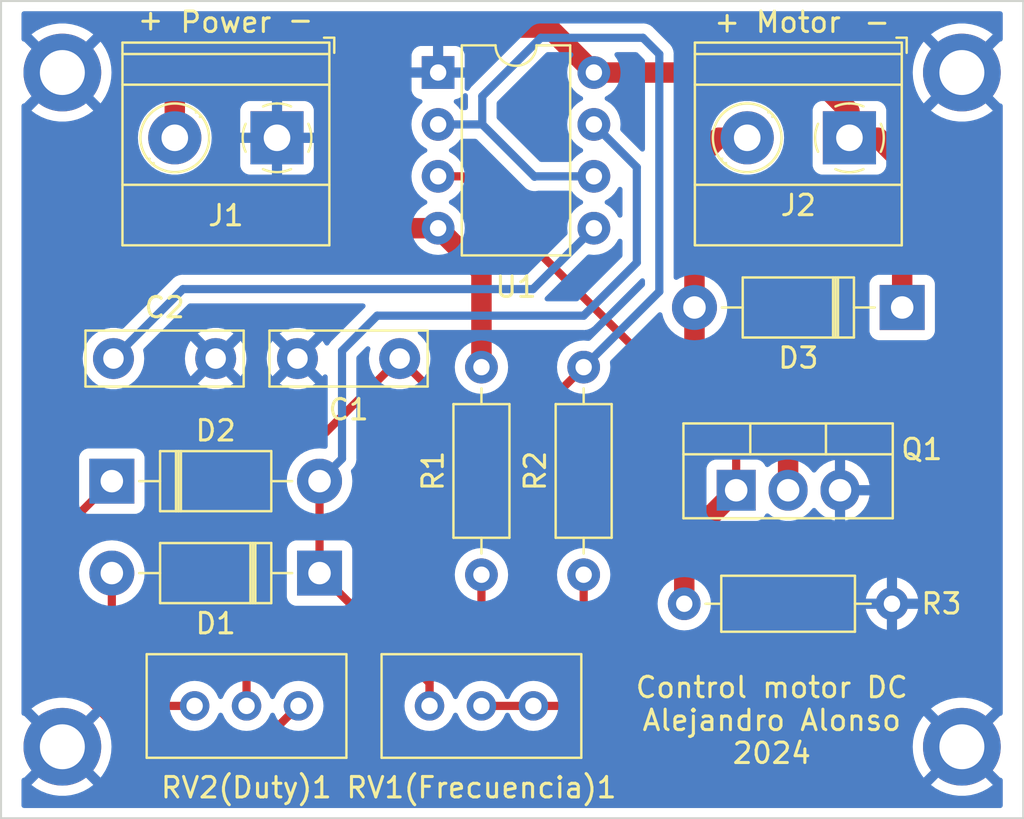
<source format=kicad_pcb>
(kicad_pcb (version 20221018) (generator pcbnew)
  (layers (0 "F.Cu" signal) (31 "B.Cu" signal) (34 "B.Paste" user) (35 "F.Paste" user) (36 "B.SilkS" user "B.Silkscreen") (37 "F.SilkS" user "F.Silkscreen") (38 "B.Mask" user) (39 "F.Mask" user) (44 "Edge.Cuts" user))
  (net 0 "")
  (net 1 "Net-(U1-THR)")
  (net 2 "GND")
  (net 3 "Net-(U1-CV)")
  (net 4 "Net-(D1-K)")
  (net 5 "Net-(D1-A)")
  (net 6 "Net-(D2-K)")
  (net 7 "VCC")
  (net 8 "Net-(D3-A)")
  (net 9 "/Señal")
  (net 10 "Net-(R2-Pad1)")
  (footprint "MountingHole:MountingHole_2.2mm_M2_DIN965_Pad" (layer "F.Cu") (at 147 54)
    (fp_text reference "REF**" hide)
    (fp_text value "MountingHole_2.2mm_M2_DIN965_Pad" hide)
    (pad "1" thru_hole circle (at 0 0) (size 3.8 3.8) (drill 2.2) (layers "*.Cu" "*.Mask") (net 2 "GND"))
  )
  (footprint "MountingHole:MountingHole_2.2mm_M2_DIN965_Pad" (layer "F.Cu") (at 147 87)
    (fp_text reference "REF**" hide)
    (fp_text value "MountingHole_2.2mm_M2_DIN965_Pad" hide)
    (pad "1" thru_hole circle (at 0 0) (size 3.8 3.8) (drill 2.2) (layers "*.Cu" "*.Mask") (net 2 "GND"))
  )
  (footprint "Resistor_THT:R_Axial_DIN0207_L6.3mm_D2.5mm_P10.16mm_Horizontal" (layer "F.Cu") (at 128.5 78.58 90)
    (fp_text reference "R2" (at 5.08 -2.37 90) (layer "F.SilkS"))
    (fp_text value "1k" hide)
    (fp_line (start 1.04 0) (end 1.81 0) (stroke (width 0.12)) (layer "F.SilkS"))
    (fp_line (start 1.81 -1.37) (end 1.81 1.37) (stroke (width 0.12)) (layer "F.SilkS"))
    (fp_line (start 1.81 1.37) (end 8.35 1.37) (stroke (width 0.12)) (layer "F.SilkS"))
    (fp_line (start 8.35 -1.37) (end 1.81 -1.37) (stroke (width 0.12)) (layer "F.SilkS"))
    (fp_line (start 8.35 1.37) (end 8.35 -1.37) (stroke (width 0.12)) (layer "F.SilkS"))
    (fp_line (start 9.12 0) (end 8.35 0) (stroke (width 0.12)) (layer "F.SilkS"))
    (pad "1" thru_hole circle (at 0 0 90) (size 1.6 1.6) (drill 0.8) (layers "*.Cu" "*.Mask") (net 10 "Net-(R2-Pad1)"))
    (pad "2" thru_hole oval (at 10.16 0 90) (size 1.6 1.6) (drill 0.8) (layers "*.Cu" "*.Mask") (net 1 "Net-(U1-THR)"))
  )
  (footprint "Diode_THT:D_DO-41_SOD81_P10.16mm_Horizontal" (layer "F.Cu") (at 115.58 78.5 180)
    (fp_text reference "D1" (at 5.08 -2.47) (layer "F.SilkS"))
    (fp_text value "1N4004" hide)
    (fp_line (start 1.34 0) (end 2.36 0) (stroke (width 0.12)) (layer "F.SilkS"))
    (fp_line (start 2.36 -1.47) (end 2.36 1.47) (stroke (width 0.12)) (layer "F.SilkS"))
    (fp_line (start 2.36 1.47) (end 7.8 1.47) (stroke (width 0.12)) (layer "F.SilkS"))
    (fp_line (start 3.14 -1.47) (end 3.14 1.47) (stroke (width 0.12)) (layer "F.SilkS"))
    (fp_line (start 3.26 -1.47) (end 3.26 1.47) (stroke (width 0.12)) (layer "F.SilkS"))
    (fp_line (start 3.38 -1.47) (end 3.38 1.47) (stroke (width 0.12)) (layer "F.SilkS"))
    (fp_line (start 7.8 -1.47) (end 2.36 -1.47) (stroke (width 0.12)) (layer "F.SilkS"))
    (fp_line (start 7.8 1.47) (end 7.8 -1.47) (stroke (width 0.12)) (layer "F.SilkS"))
    (fp_line (start 8.82 0) (end 7.8 0) (stroke (width 0.12)) (layer "F.SilkS"))
    (pad "1" thru_hole rect (at 0 0 180) (size 2.2 2.2) (drill 1.1) (layers "*.Cu" "*.Mask") (net 4 "Net-(D1-K)"))
    (pad "2" thru_hole oval (at 10.16 0 180) (size 2.2 2.2) (drill 1.1) (layers "*.Cu" "*.Mask") (net 5 "Net-(D1-A)"))
  )
  (footprint "Potentiometer_THT:Potentiometer_Bourns_3296W_Vertical" (layer "F.Cu") (at 114.55 85)
    (fp_text reference "RV2(Duty)1" (at -2.55 4) (layer "F.SilkS"))
    (fp_text value "10k" hide)
    (fp_line (start -7.425 -2.53) (end -7.425 2.54) (stroke (width 0.12)) (layer "F.SilkS"))
    (fp_line (start -7.425 -2.53) (end 2.345 -2.53) (stroke (width 0.12)) (layer "F.SilkS"))
    (fp_line (start -7.425 2.54) (end 2.345 2.54) (stroke (width 0.12)) (layer "F.SilkS"))
    (fp_line (start 2.345 -2.53) (end 2.345 2.54) (stroke (width 0.12)) (layer "F.SilkS"))
    (pad "1" thru_hole circle (at 0 0) (size 1.44 1.44) (drill 0.8) (layers "*.Cu" "*.Mask") (net 6 "Net-(D2-K)"))
    (pad "2" thru_hole circle (at -2.54 0) (size 1.44 1.44) (drill 0.8) (layers "*.Cu" "*.Mask") (net 1 "Net-(U1-THR)"))
    (pad "3" thru_hole circle (at -5.08 0) (size 1.44 1.44) (drill 0.8) (layers "*.Cu" "*.Mask") (net 5 "Net-(D1-A)"))
  )
  (footprint "Capacitor_THT:C_Disc_D7.5mm_W2.5mm_P5.00mm" (layer "F.Cu") (at 105.5 68)
    (fp_text reference "C2" (at 2.5 -2.5) (layer "F.SilkS"))
    (fp_text value "10n" hide)
    (fp_line (start -1.37 -1.37) (end -1.37 1.37) (stroke (width 0.12)) (layer "F.SilkS"))
    (fp_line (start -1.37 -1.37) (end 6.37 -1.37) (stroke (width 0.12)) (layer "F.SilkS"))
    (fp_line (start -1.37 1.37) (end 6.37 1.37) (stroke (width 0.12)) (layer "F.SilkS"))
    (fp_line (start 6.37 -1.37) (end 6.37 1.37) (stroke (width 0.12)) (layer "F.SilkS"))
    (pad "1" thru_hole circle (at 0 0) (size 2 2) (drill 1) (layers "*.Cu" "*.Mask") (net 3 "Net-(U1-CV)"))
    (pad "2" thru_hole circle (at 5 0) (size 2 2) (drill 1) (layers "*.Cu" "*.Mask") (net 2 "GND"))
  )
  (footprint "Diode_THT:D_DO-41_SOD81_P10.16mm_Horizontal" (layer "F.Cu") (at 144.08 65.5 180)
    (fp_text reference "D3" (at 5.08 -2.47) (layer "F.SilkS"))
    (fp_text value "1N4004" hide)
    (fp_line (start 1.34 0) (end 2.36 0) (stroke (width 0.12)) (layer "F.SilkS"))
    (fp_line (start 2.36 -1.47) (end 2.36 1.47) (stroke (width 0.12)) (layer "F.SilkS"))
    (fp_line (start 2.36 1.47) (end 7.8 1.47) (stroke (width 0.12)) (layer "F.SilkS"))
    (fp_line (start 3.14 -1.47) (end 3.14 1.47) (stroke (width 0.12)) (layer "F.SilkS"))
    (fp_line (start 3.26 -1.47) (end 3.26 1.47) (stroke (width 0.12)) (layer "F.SilkS"))
    (fp_line (start 3.38 -1.47) (end 3.38 1.47) (stroke (width 0.12)) (layer "F.SilkS"))
    (fp_line (start 7.8 -1.47) (end 2.36 -1.47) (stroke (width 0.12)) (layer "F.SilkS"))
    (fp_line (start 7.8 1.47) (end 7.8 -1.47) (stroke (width 0.12)) (layer "F.SilkS"))
    (fp_line (start 8.82 0) (end 7.8 0) (stroke (width 0.12)) (layer "F.SilkS"))
    (pad "1" thru_hole rect (at 0 0 180) (size 2.2 2.2) (drill 1.1) (layers "*.Cu" "*.Mask") (net 7 "VCC"))
    (pad "2" thru_hole oval (at 10.16 0 180) (size 2.2 2.2) (drill 1.1) (layers "*.Cu" "*.Mask") (net 8 "Net-(D3-A)"))
  )
  (footprint "MountingHole:MountingHole_2.2mm_M2_DIN965_Pad" (layer "F.Cu") (at 103 54)
    (fp_text reference "REF**" hide)
    (fp_text value "MountingHole_2.2mm_M2_DIN965_Pad" hide)
    (pad "1" thru_hole circle (at 0 0) (size 3.8 3.8) (drill 2.2) (layers "*.Cu" "*.Mask") (net 2 "GND"))
  )
  (footprint "Potentiometer_THT:Potentiometer_Bourns_3296W_Vertical" (layer "F.Cu") (at 126.04 85)
    (fp_text reference "RV1(Frecuencia)1" (at -2.54 4) (layer "F.SilkS"))
    (fp_text value "10k" hide)
    (fp_line (start -7.425 -2.53) (end -7.425 2.54) (stroke (width 0.12)) (layer "F.SilkS"))
    (fp_line (start -7.425 -2.53) (end 2.345 -2.53) (stroke (width 0.12)) (layer "F.SilkS"))
    (fp_line (start -7.425 2.54) (end 2.345 2.54) (stroke (width 0.12)) (layer "F.SilkS"))
    (fp_line (start 2.345 -2.53) (end 2.345 2.54) (stroke (width 0.12)) (layer "F.SilkS"))
    (pad "1" thru_hole circle (at 0 0) (size 1.44 1.44) (drill 0.8) (layers "*.Cu" "*.Mask") (net 10 "Net-(R2-Pad1)"))
    (pad "2" thru_hole circle (at -2.54 0) (size 1.44 1.44) (drill 0.8) (layers "*.Cu" "*.Mask") (net 10 "Net-(R2-Pad1)"))
    (pad "3" thru_hole circle (at -5.08 0) (size 1.44 1.44) (drill 0.8) (layers "*.Cu" "*.Mask") (net 4 "Net-(D1-K)"))
  )
  (footprint "Capacitor_THT:C_Disc_D7.5mm_W2.5mm_P5.00mm" (layer "F.Cu") (at 119.5 68 180)
    (fp_text reference "C1" (at 2.5 -2.5) (layer "F.SilkS"))
    (fp_text value "10n" hide)
    (fp_line (start -1.37 -1.37) (end -1.37 1.37) (stroke (width 0.12)) (layer "F.SilkS"))
    (fp_line (start -1.37 -1.37) (end 6.37 -1.37) (stroke (width 0.12)) (layer "F.SilkS"))
    (fp_line (start -1.37 1.37) (end 6.37 1.37) (stroke (width 0.12)) (layer "F.SilkS"))
    (fp_line (start 6.37 -1.37) (end 6.37 1.37) (stroke (width 0.12)) (layer "F.SilkS"))
    (pad "1" thru_hole circle (at 0 0 180) (size 2 2) (drill 1) (layers "*.Cu" "*.Mask") (net 1 "Net-(U1-THR)"))
    (pad "2" thru_hole circle (at 5 0 180) (size 2 2) (drill 1) (layers "*.Cu" "*.Mask") (net 2 "GND"))
  )
  (footprint "Package_DIP:DIP-8_W7.62mm" (layer "F.Cu") (at 121.38 54)
    (fp_text reference "U1" (at 3.81 10.5) (layer "F.SilkS"))
    (fp_text value "NE555P" hide)
    (fp_line (start 1.16 -1.33) (end 1.16 8.95) (stroke (width 0.12)) (layer "F.SilkS"))
    (fp_line (start 1.16 8.95) (end 6.46 8.95) (stroke (width 0.12)) (layer "F.SilkS"))
    (fp_line (start 2.81 -1.33) (end 1.16 -1.33) (stroke (width 0.12)) (layer "F.SilkS"))
    (fp_line (start 6.46 -1.33) (end 4.81 -1.33) (stroke (width 0.12)) (layer "F.SilkS"))
    (fp_line (start 6.46 8.95) (end 6.46 -1.33) (stroke (width 0.12)) (layer "F.SilkS"))
    (fp_arc (start 4.81 -1.33) (mid 3.81 -0.33) (end 2.81 -1.33) (stroke (width 0.12)) (layer "F.SilkS"))
    (pad "1" thru_hole rect (at 0 0) (size 1.6 1.6) (drill 0.8) (layers "*.Cu" "*.Mask") (net 2 "GND"))
    (pad "2" thru_hole oval (at 0 2.54) (size 1.6 1.6) (drill 0.8) (layers "*.Cu" "*.Mask") (net 1 "Net-(U1-THR)"))
    (pad "3" thru_hole oval (at 0 5.08) (size 1.6 1.6) (drill 0.8) (layers "*.Cu" "*.Mask") (net 9 "/Señal"))
    (pad "4" thru_hole oval (at 0 7.62) (size 1.6 1.6) (drill 0.8) (layers "*.Cu" "*.Mask") (net 7 "VCC"))
    (pad "5" thru_hole oval (at 7.62 7.62) (size 1.6 1.6) (drill 0.8) (layers "*.Cu" "*.Mask") (net 3 "Net-(U1-CV)"))
    (pad "6" thru_hole oval (at 7.62 5.08) (size 1.6 1.6) (drill 0.8) (layers "*.Cu" "*.Mask") (net 1 "Net-(U1-THR)"))
    (pad "7" thru_hole oval (at 7.62 2.54) (size 1.6 1.6) (drill 0.8) (layers "*.Cu" "*.Mask") (net 4 "Net-(D1-K)"))
    (pad "8" thru_hole oval (at 7.62 0) (size 1.6 1.6) (drill 0.8) (layers "*.Cu" "*.Mask") (net 7 "VCC"))
  )
  (footprint "TerminalBlock_Phoenix:TerminalBlock_Phoenix_MKDS-1,5-2_1x02_P5.00mm_Horizontal" (layer "F.Cu") (at 141.5 57.195 180)
    (fp_text reference "J2" (at 2.5 -3.305) (layer "F.SilkS"))
    (fp_text value "Motor" (at 2.5 5.66) (layer "F.SilkS"))
    (fp_line (start -2.8 4.16) (end -2.8 4.9) (stroke (width 0.12)) (layer "F.SilkS"))
    (fp_line (start -2.8 4.9) (end -2.3 4.9) (stroke (width 0.12)) (layer "F.SilkS"))
    (fp_line (start -2.56 -5.261) (end -2.56 4.66) (stroke (width 0.12)) (layer "F.SilkS"))
    (fp_line (start -2.56 -5.261) (end 7.56 -5.261) (stroke (width 0.12)) (layer "F.SilkS"))
    (fp_line (start -2.56 -2.301) (end 7.56 -2.301) (stroke (width 0.12)) (layer "F.SilkS"))
    (fp_line (start -2.56 2.6) (end 7.56 2.6) (stroke (width 0.12)) (layer "F.SilkS"))
    (fp_line (start -2.56 4.1) (end 7.56 4.1) (stroke (width 0.12)) (layer "F.SilkS"))
    (fp_line (start -2.56 4.66) (end 7.56 4.66) (stroke (width 0.12)) (layer "F.SilkS"))
    (fp_line (start 3.773 1.023) (end 3.726 1.069) (stroke (width 0.12)) (layer "F.SilkS"))
    (fp_line (start 3.966 1.239) (end 3.931 1.274) (stroke (width 0.12)) (layer "F.SilkS"))
    (fp_line (start 6.07 -1.275) (end 6.035 -1.239) (stroke (width 0.12)) (layer "F.SilkS"))
    (fp_line (start 6.275 -1.069) (end 6.228 -1.023) (stroke (width 0.12)) (layer "F.SilkS"))
    (fp_line (start 7.56 -5.261) (end 7.56 4.66) (stroke (width 0.12)) (layer "F.SilkS"))
    (fp_arc (start -1.535427 0.683042) (mid -1.680501 -0.000524) (end -1.535 -0.684) (stroke (width 0.12)) (layer "F.SilkS"))
    (fp_arc (start -0.683042 -1.535427) (mid 0.000524 -1.680501) (end 0.684 -1.535) (stroke (width 0.12)) (layer "F.SilkS"))
    (fp_arc (start 0.028805 1.680253) (mid -0.335551 1.646659) (end -0.684 1.535) (stroke (width 0.12)) (layer "F.SilkS"))
    (fp_arc (start 0.683318 1.534756) (mid 0.349292 1.643288) (end 0 1.68) (stroke (width 0.12)) (layer "F.SilkS"))
    (fp_arc (start 1.535427 -0.683042) (mid 1.680501 0.000524) (end 1.535 0.684) (stroke (width 0.12)) (layer "F.SilkS"))
    (fp_circle (center 5 0) (end 6.68 0) (stroke (width 0.12)) (fill none) (layer "F.SilkS"))
    (pad "1" thru_hole rect (at 0 0 180) (size 2.6 2.6) (drill 1.3) (layers "*.Cu" "*.Mask") (net 7 "VCC"))
    (pad "2" thru_hole circle (at 5 0 180) (size 2.6 2.6) (drill 1.3) (layers "*.Cu" "*.Mask") (net 8 "Net-(D3-A)"))
  )
  (footprint "Resistor_THT:R_Axial_DIN0207_L6.3mm_D2.5mm_P10.16mm_Horizontal" (layer "F.Cu") (at 133.42 80)
    (fp_text reference "R3" (at 12.58 0) (layer "F.SilkS"))
    (fp_text value "1M" hide)
    (fp_line (start 1.04 0) (end 1.81 0) (stroke (width 0.12)) (layer "F.SilkS"))
    (fp_line (start 1.81 -1.37) (end 1.81 1.37) (stroke (width 0.12)) (layer "F.SilkS"))
    (fp_line (start 1.81 1.37) (end 8.35 1.37) (stroke (width 0.12)) (layer "F.SilkS"))
    (fp_line (start 8.35 -1.37) (end 1.81 -1.37) (stroke (width 0.12)) (layer "F.SilkS"))
    (fp_line (start 8.35 1.37) (end 8.35 -1.37) (stroke (width 0.12)) (layer "F.SilkS"))
    (fp_line (start 9.12 0) (end 8.35 0) (stroke (width 0.12)) (layer "F.SilkS"))
    (pad "1" thru_hole circle (at 0 0) (size 1.6 1.6) (drill 0.8) (layers "*.Cu" "*.Mask") (net 9 "/Señal"))
    (pad "2" thru_hole oval (at 10.16 0) (size 1.6 1.6) (drill 0.8) (layers "*.Cu" "*.Mask") (net 2 "GND"))
  )
  (footprint "MountingHole:MountingHole_2.2mm_M2_DIN965_Pad" (layer "F.Cu") (at 103 87)
    (fp_text reference "REF**" hide)
    (fp_text value "MountingHole_2.2mm_M2_DIN965_Pad" hide)
    (pad "1" thru_hole circle (at 0 0) (size 3.8 3.8) (drill 2.2) (layers "*.Cu" "*.Mask") (net 2 "GND"))
  )
  (footprint "Diode_THT:D_DO-41_SOD81_P10.16mm_Horizontal" (layer "F.Cu") (at 105.42 74)
    (fp_text reference "D2" (at 5.08 -2.47) (layer "F.SilkS"))
    (fp_text value "1N4004" hide)
    (fp_line (start 1.34 0) (end 2.36 0) (stroke (width 0.12)) (layer "F.SilkS"))
    (fp_line (start 2.36 -1.47) (end 2.36 1.47) (stroke (width 0.12)) (layer "F.SilkS"))
    (fp_line (start 2.36 1.47) (end 7.8 1.47) (stroke (width 0.12)) (layer "F.SilkS"))
    (fp_line (start 3.14 -1.47) (end 3.14 1.47) (stroke (width 0.12)) (layer "F.SilkS"))
    (fp_line (start 3.26 -1.47) (end 3.26 1.47) (stroke (width 0.12)) (layer "F.SilkS"))
    (fp_line (start 3.38 -1.47) (end 3.38 1.47) (stroke (width 0.12)) (layer "F.SilkS"))
    (fp_line (start 7.8 -1.47) (end 2.36 -1.47) (stroke (width 0.12)) (layer "F.SilkS"))
    (fp_line (start 7.8 1.47) (end 7.8 -1.47) (stroke (width 0.12)) (layer "F.SilkS"))
    (fp_line (start 8.82 0) (end 7.8 0) (stroke (width 0.12)) (layer "F.SilkS"))
    (pad "1" thru_hole rect (at 0 0) (size 2.2 2.2) (drill 1.1) (layers "*.Cu" "*.Mask") (net 6 "Net-(D2-K)"))
    (pad "2" thru_hole oval (at 10.16 0) (size 2.2 2.2) (drill 1.1) (layers "*.Cu" "*.Mask") (net 4 "Net-(D1-K)"))
  )
  (footprint "Package_TO_SOT_THT:TO-220-3_Vertical" (layer "F.Cu") (at 135.96 74.445)
    (fp_text reference "Q1" (at 9.08 -2) (layer "F.SilkS"))
    (fp_text value "IRLZ24" hide)
    (fp_line (start -2.58 -3.27) (end -2.58 1.371) (stroke (width 0.12)) (layer "F.SilkS"))
    (fp_line (start -2.58 -3.27) (end 7.66 -3.27) (stroke (width 0.12)) (layer "F.SilkS"))
    (fp_line (start -2.58 -1.76) (end 7.66 -1.76) (stroke (width 0.12)) (layer "F.SilkS"))
    (fp_line (start -2.58 1.371) (end 7.66 1.371) (stroke (width 0.12)) (layer "F.SilkS"))
    (fp_line (start 0.69 -3.27) (end 0.69 -1.76) (stroke (width 0.12)) (layer "F.SilkS"))
    (fp_line (start 4.391 -3.27) (end 4.391 -1.76) (stroke (width 0.12)) (layer "F.SilkS"))
    (fp_line (start 7.66 -3.27) (end 7.66 1.371) (stroke (width 0.12)) (layer "F.SilkS"))
    (pad "1" thru_hole rect (at 0 0) (size 1.905 2) (drill 1.1) (layers "*.Cu" "*.Mask") (net 9 "/Señal"))
    (pad "2" thru_hole oval (at 2.54 0) (size 1.905 2) (drill 1.1) (layers "*.Cu" "*.Mask") (net 8 "Net-(D3-A)"))
    (pad "3" thru_hole oval (at 5.08 0) (size 1.905 2) (drill 1.1) (layers "*.Cu" "*.Mask") (net 2 "GND"))
  )
  (footprint "Resistor_THT:R_Axial_DIN0207_L6.3mm_D2.5mm_P10.16mm_Horizontal" (layer "F.Cu") (at 123.5 78.58 90)
    (fp_text reference "R1" (at 5.08 -2.37 90) (layer "F.SilkS"))
    (fp_text value "1k" hide)
    (fp_line (start 1.04 0) (end 1.81 0) (stroke (width 0.12)) (layer "F.SilkS"))
    (fp_line (start 1.81 -1.37) (end 1.81 1.37) (stroke (width 0.12)) (layer "F.SilkS"))
    (fp_line (start 1.81 1.37) (end 8.35 1.37) (stroke (width 0.12)) (layer "F.SilkS"))
    (fp_line (start 8.35 -1.37) (end 1.81 -1.37) (stroke (width 0.12)) (layer "F.SilkS"))
    (fp_line (start 8.35 1.37) (end 8.35 -1.37) (stroke (width 0.12)) (layer "F.SilkS"))
    (fp_line (start 9.12 0) (end 8.35 0) (stroke (width 0.12)) (layer "F.SilkS"))
    (pad "1" thru_hole circle (at 0 0 90) (size 1.6 1.6) (drill 0.8) (layers "*.Cu" "*.Mask") (net 4 "Net-(D1-K)"))
    (pad "2" thru_hole oval (at 10.16 0 90) (size 1.6 1.6) (drill 0.8) (layers "*.Cu" "*.Mask") (net 7 "VCC"))
  )
  (footprint "TerminalBlock_Phoenix:TerminalBlock_Phoenix_MKDS-1,5-2_1x02_P5.00mm_Horizontal" (layer "F.Cu") (at 113.5 57.195 180)
    (fp_text reference "J1" (at 2.5 -3.805) (layer "F.SilkS"))
    (fp_text value "Power" (at 2.5 5.66) (layer "F.SilkS"))
    (fp_line (start -2.8 4.16) (end -2.8 4.9) (stroke (width 0.12)) (layer "F.SilkS"))
    (fp_line (start -2.8 4.9) (end -2.3 4.9) (stroke (width 0.12)) (layer "F.SilkS"))
    (fp_line (start -2.56 -5.261) (end -2.56 4.66) (stroke (width 0.12)) (layer "F.SilkS"))
    (fp_line (start -2.56 -5.261) (end 7.56 -5.261) (stroke (width 0.12)) (layer "F.SilkS"))
    (fp_line (start -2.56 -2.301) (end 7.56 -2.301) (stroke (width 0.12)) (layer "F.SilkS"))
    (fp_line (start -2.56 2.6) (end 7.56 2.6) (stroke (width 0.12)) (layer "F.SilkS"))
    (fp_line (start -2.56 4.1) (end 7.56 4.1) (stroke (width 0.12)) (layer "F.SilkS"))
    (fp_line (start -2.56 4.66) (end 7.56 4.66) (stroke (width 0.12)) (layer "F.SilkS"))
    (fp_line (start 3.773 1.023) (end 3.726 1.069) (stroke (width 0.12)) (layer "F.SilkS"))
    (fp_line (start 3.966 1.239) (end 3.931 1.274) (stroke (width 0.12)) (layer "F.SilkS"))
    (fp_line (start 6.07 -1.275) (end 6.035 -1.239) (stroke (width 0.12)) (layer "F.SilkS"))
    (fp_line (start 6.275 -1.069) (end 6.228 -1.023) (stroke (width 0.12)) (layer "F.SilkS"))
    (fp_line (start 7.56 -5.261) (end 7.56 4.66) (stroke (width 0.12)) (layer "F.SilkS"))
    (fp_arc (start -1.535427 0.683042) (mid -1.680501 -0.000524) (end -1.535 -0.684) (stroke (width 0.12)) (layer "F.SilkS"))
    (fp_arc (start -0.683042 -1.535427) (mid 0.000524 -1.680501) (end 0.684 -1.535) (stroke (width 0.12)) (layer "F.SilkS"))
    (fp_arc (start 0.028805 1.680253) (mid -0.335551 1.646659) (end -0.684 1.535) (stroke (width 0.12)) (layer "F.SilkS"))
    (fp_arc (start 0.683318 1.534756) (mid 0.349292 1.643288) (end 0 1.68) (stroke (width 0.12)) (layer "F.SilkS"))
    (fp_arc (start 1.535427 -0.683042) (mid 1.680501 0.000524) (end 1.535 0.684) (stroke (width 0.12)) (layer "F.SilkS"))
    (fp_circle (center 5 0) (end 6.68 0) (stroke (width 0.12)) (fill none) (layer "F.SilkS"))
    (pad "1" thru_hole rect (at 0 0 180) (size 2.6 2.6) (drill 1.3) (layers "*.Cu" "*.Mask") (net 2 "GND"))
    (pad "2" thru_hole circle (at 5 0 180) (size 2.6 2.6) (drill 1.3) (layers "*.Cu" "*.Mask") (net 7 "VCC"))
  )
  (gr_line (start 100 90.5) (end 100 50.5) (stroke (width 0.1)) (layer "Edge.Cuts"))
  (gr_line (start 150 90.5) (end 100 90.5) (stroke (width 0.1)) (layer "Edge.Cuts"))
  (gr_line (start 100 50.5) (end 150 50.5) (stroke (width 0.1)) (layer "Edge.Cuts"))
  (gr_line (start 150 50.5) (end 150 90.5) (stroke (width 0.1)) (layer "Edge.Cuts"))
  (gr_text "+        -" (at 134.8 52.1) (layer "F.SilkS") (effects (font (size 1 1)) (justify left bottom)))
  (gr_text "Control motor DC\nAlejandro Alonso\n2024" (at 137.7 87.9) (layer "F.SilkS") (effects (font (size 1 1)) (justify bottom)))
  (gr_text "+        -" (at 106.6 52) (layer "F.SilkS") (effects (font (size 1 1)) (justify left bottom)))
  (segment (start 115.9 71.6) (end 119.5 68) (width 0.4) (layer "F.Cu") (net 1))
  (segment (start 112.01 85) (end 112.01 72.79) (width 0.4) (layer "F.Cu") (net 1))
  (segment (start 122.1 70.6) (end 126.32 70.6) (width 0.4) (layer "F.Cu") (net 1))
  (segment (start 113.2 71.6) (end 115.9 71.6) (width 0.4) (layer "F.Cu") (net 1))
  (segment (start 119.5 68) (end 122.1 70.6) (width 0.4) (layer "F.Cu") (net 1))
  (segment (start 126.32 70.6) (end 128.5 68.42) (width 0.4) (layer "F.Cu") (net 1))
  (segment (start 112.01 72.79) (end 113.2 71.6) (width 0.4) (layer "F.Cu") (net 1))
  (segment (start 126.12 59.08) (end 129 59.08) (width 0.4) (layer "B.Cu") (net 1))
  (segment (start 126.4 52.3) (end 123.54 55.16) (width 0.4) (layer "B.Cu") (net 1))
  (segment (start 123.54 56.54) (end 126.1 59.1) (width 0.4) (layer "B.Cu") (net 1))
  (segment (start 131.4 52.3) (end 126.4 52.3) (width 0.4) (layer "B.Cu") (net 1))
  (segment (start 132.2 53.1) (end 131.4 52.3) (width 0.4) (layer "B.Cu") (net 1))
  (segment (start 128.5 68.42) (end 132.2 64.72) (width 0.4) (layer "B.Cu") (net 1))
  (segment (start 132.2 64.72) (end 132.2 53.1) (width 0.4) (layer "B.Cu") (net 1))
  (segment (start 126.1 59.1) (end 126.12 59.08) (width 0.4) (layer "B.Cu") (net 1))
  (segment (start 121.38 56.54) (end 123.54 56.54) (width 0.4) (layer "B.Cu") (net 1))
  (segment (start 123.54 55.16) (end 123.54 56.54) (width 0.4) (layer "B.Cu") (net 1))
  (segment (start 126.02 64.6) (end 129 61.62) (width 0.4) (layer "B.Cu") (net 3))
  (segment (start 108.9 64.6) (end 126.02 64.6) (width 0.4) (layer "B.Cu") (net 3))
  (segment (start 105.5 68) (end 108.9 64.6) (width 0.4) (layer "B.Cu") (net 3))
  (segment (start 120.96 83.74) (end 123.5 81.2) (width 0.4) (layer "F.Cu") (net 4))
  (segment (start 115.58 74) (end 115.58 78.5) (width 0.4) (layer "F.Cu") (net 4))
  (segment (start 123.5 81.2) (end 123.5 78.58) (width 0.4) (layer "F.Cu") (net 4))
  (segment (start 120.96 85) (end 120.96 83.74) (width 0.4) (layer "F.Cu") (net 4))
  (segment (start 115.58 78.5) (end 120.96 83.88) (width 0.4) (layer "F.Cu") (net 4))
  (segment (start 120.96 83.88) (end 120.96 85) (width 0.4) (layer "F.Cu") (net 4))
  (segment (start 116.679999 67.620001) (end 118.4 65.9) (width 0.4) (layer "B.Cu") (net 4))
  (segment (start 118.4 65.9) (end 128.5 65.9) (width 0.4) (layer "B.Cu") (net 4))
  (segment (start 115.58 74) (end 116.679999 72.900001) (width 0.4) (layer "B.Cu") (net 4))
  (segment (start 116.679999 72.900001) (end 116.679999 67.620001) (width 0.4) (layer "B.Cu") (net 4))
  (segment (start 131.1 63.3) (end 131.1 58.64) (width 0.4) (layer "B.Cu") (net 4))
  (segment (start 128.5 65.9) (end 131.1 63.3) (width 0.4) (layer "B.Cu") (net 4))
  (segment (start 131.1 58.64) (end 129 56.54) (width 0.4) (layer "B.Cu") (net 4))
  (segment (start 109.47 85) (end 106.3 85) (width 0.4) (layer "F.Cu") (net 5))
  (segment (start 105.4 84.1) (end 105.42 84.08) (width 0.4) (layer "F.Cu") (net 5))
  (segment (start 106.3 85) (end 105.4 84.1) (width 0.4) (layer "F.Cu") (net 5))
  (segment (start 105.42 84.08) (end 105.42 78.5) (width 0.4) (layer "F.Cu") (net 5))
  (segment (start 106.4 86.8) (end 112.75 86.8) (width 0.4) (layer "F.Cu") (net 6))
  (segment (start 103.3 76.12) (end 103.3 83.7) (width 0.4) (layer "F.Cu") (net 6))
  (segment (start 103.3 83.7) (end 106.4 86.8) (width 0.4) (layer "F.Cu") (net 6))
  (segment (start 112.75 86.8) (end 114.55 85) (width 0.4) (layer "F.Cu") (net 6))
  (segment (start 105.42 74) (end 103.3 76.12) (width 0.4) (layer "F.Cu") (net 6))
  (segment (start 139.5 53.9) (end 139.4 54) (width 1) (layer "F.Cu") (net 7))
  (segment (start 116.7 53.6) (end 118.4 55.3) (width 1) (layer "F.Cu") (net 7))
  (segment (start 141.5 57.195) (end 141.5 55.9) (width 1) (layer "F.Cu") (net 7))
  (segment (start 121.38 61.62) (end 123.5 63.74) (width 1) (layer "F.Cu") (net 7))
  (segment (start 108.5 54.1) (end 109 53.6) (width 1) (layer "F.Cu") (net 7))
  (segment (start 108.5 57.195) (end 108.5 54.1) (width 1) (layer "F.Cu") (net 7))
  (segment (start 118.4 55.3) (end 118.4 60.2) (width 1) (layer "F.Cu") (net 7))
  (segment (start 142.895 57.195) (end 144.08 58.38) (width 1) (layer "F.Cu") (net 7))
  (segment (start 118.4 60.2) (end 119.82 61.62) (width 1) (layer "F.Cu") (net 7))
  (segment (start 141.5 55.9) (end 139.5 53.9) (width 1) (layer "F.Cu") (net 7))
  (segment (start 126.8 51.8) (end 118.5 51.8) (width 1) (layer "F.Cu") (net 7))
  (segment (start 141.5 57.195) (end 142.895 57.195) (width 1) (layer "F.Cu") (net 7))
  (segment (start 118.5 51.8) (end 116.7 53.6) (width 1) (layer "F.Cu") (net 7))
  (segment (start 144.08 58.38) (end 144.08 65.5) (width 1) (layer "F.Cu") (net 7))
  (segment (start 129 54) (end 126.8 51.8) (width 1) (layer "F.Cu") (net 7))
  (segment (start 119.82 61.62) (end 121.38 61.62) (width 1) (layer "F.Cu") (net 7))
  (segment (start 123.5 63.74) (end 123.5 68.42) (width 1) (layer "F.Cu") (net 7))
  (segment (start 139.4 54) (end 129 54) (width 1) (layer "F.Cu") (net 7))
  (segment (start 109 53.6) (end 116.7 53.6) (width 1) (layer "F.Cu") (net 7))
  (segment (start 135.105 57.195) (end 133.92 58.38) (width 1) (layer "F.Cu") (net 8))
  (segment (start 136.5 57.195) (end 135.105 57.195) (width 1) (layer "F.Cu") (net 8))
  (segment (start 133.92 67.32) (end 138.5 71.9) (width 1) (layer "F.Cu") (net 8))
  (segment (start 133.92 65.5) (end 133.92 67.32) (width 1) (layer "F.Cu") (net 8))
  (segment (start 138.5 71.9) (end 138.5 74.445) (width 1) (layer "F.Cu") (net 8))
  (segment (start 133.92 58.38) (end 133.92 65.5) (width 1) (layer "F.Cu") (net 8))
  (segment (start 135.96 72.46) (end 135.96 74.445) (width 0.4) (layer "F.Cu") (net 9))
  (segment (start 133.42 80) (end 133.42 76.985) (width 1) (layer "F.Cu") (net 9))
  (segment (start 122.58 59.08) (end 135.96 72.46) (width 0.4) (layer "F.Cu") (net 9))
  (segment (start 133.42 76.985) (end 135.96 74.445) (width 1) (layer "F.Cu") (net 9))
  (segment (start 121.38 59.08) (end 122.58 59.08) (width 0.4) (layer "F.Cu") (net 9))
  (segment (start 126.04 85) (end 127.8 85) (width 0.4) (layer "F.Cu") (net 10))
  (segment (start 127.8 85) (end 128.5 84.3) (width 0.4) (layer "F.Cu") (net 10))
  (segment (start 128.5 84.3) (end 128.5 78.58) (width 0.4) (layer "F.Cu") (net 10))
  (segment (start 123.5 85) (end 126.04 85) (width 0.4) (layer "F.Cu") (net 10))
  (zone (net 2) (net_name "GND") (layer "B.Cu") (connect_pads (clearance 0.5)) (min_thickness 0.25) (fill yes (thermal_gap 0.5) (thermal_bridge_width 0.5) (island_removal_mode 1) (island_area_min 10))
    (polygon (pts (xy 101 51) (xy 149 51) (xy 149 90) (xy 101 90)))
  )
)
</source>
